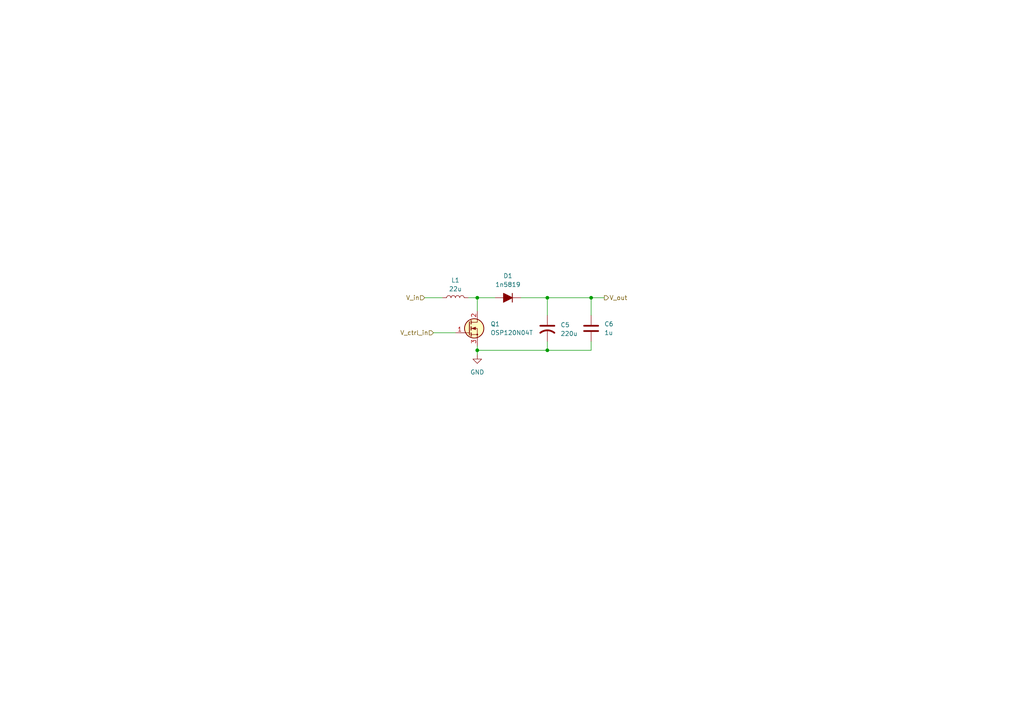
<source format=kicad_sch>
(kicad_sch (version 20250114) (generator "eeschema") (generator_version "9.0")
  (paper "A4")
  (title_block (title "5-25V Boost Converter Mk-I (Uncontrolled)") (date "2025-12-12") (comment 1 "This boost converter requires an external PWM control signal."))
  (lib_symbols
    (symbol "DCDCCACS1:OSP120N04T" (pin_names (hide yes))
      (property "Reference" "Q" (at 5.08 1.27 0))
      (property "Value" "OSP120N04T" (at 5.08 -1.27 0))
      (symbol "OSP120N04T_0_1"
        (polyline (pts (xy 0.254 1.905) (xy 0.254 -1.905)) (stroke (width 0.254)))
        (polyline (pts (xy 0.254 -1.27) (xy -2.54 -1.27)))
        (polyline (pts (xy 0.762 2.286) (xy 0.762 1.27)) (stroke (width 0.254)))
        (polyline (pts (xy 0.762 0.508) (xy 0.762 -0.508)) (stroke (width 0.254)))
        (polyline (pts (xy 0.762 -1.27) (xy 0.762 -2.286)) (stroke (width 0.254)))
        (polyline (pts (xy 0.762 -1.778) (xy 2.54 -1.778)))
        (polyline (pts (xy 1.016 0) (xy 2.032 0.381) (xy 2.032 -0.381) (xy 1.016 0)) (fill (type outline)))
        (circle (center 1.651 0) (radius 2.794) (stroke (width 0.254)) (fill (type background)))
        (polyline (pts (xy 2.54 2.54) (xy 2.54 1.778)))
        (polyline (pts (xy 2.54 1.778) (xy 0.762 1.778)))
        (circle (center 2.54 -1.778) (radius 0.1778) (fill (type outline)))
        (polyline (pts (xy 2.54 -2.54) (xy 2.54 0) (xy 0.762 0)))
      )
      (symbol "OSP120N04T_1_1"
        (pin input line (at -3.81 -1.27 0) (length 2.54) (name "G") (number "1"))
        (pin passive line (at 2.54 5.08 270) (length 2.54) (name "D") (number "2"))
        (pin passive line (at 2.54 -5.08 90) (length 2.54) (name "S") (number "3"))
      )
    )
    (symbol "Device:C" (pin_numbers (hide yes)) (pin_names (offset 0.254))
      (property "Reference" "C" (at 0.635 2.54 0))
      (property "Value" "C" (at 0.635 -2.54 0))
      (symbol "C_0_1"
        (polyline (pts (xy -2.032 0.762) (xy 2.032 0.762)) (stroke (width 0.508)))
        (polyline (pts (xy -2.032 -0.762) (xy 2.032 -0.762)) (stroke (width 0.508)))
      )
      (symbol "C_1_1"
        (pin passive line (at 0 3.81 270) (length 2.794) (name "~") (number "1"))
        (pin passive line (at 0 -3.81 90) (length 2.794) (name "~") (number "2"))
      )
    )
    (symbol "Device:C_US" (pin_numbers (hide yes)) (pin_names (offset 0.254) (hide yes))
      (property "Reference" "C" (at 0.635 2.54 0))
      (property "Value" "C_US" (at 0.635 -2.54 0))
      (symbol "C_US_0_1"
        (polyline (pts (xy -2.032 0.762) (xy 2.032 0.762)) (stroke (width 0.508)))
        (arc (start -2.032 -1.27) (mid 0 -0.5572) (end 2.032 -1.27) (stroke (width 0.508)))
      )
      (symbol "C_US_1_1"
        (pin passive line (at 0 3.81 270) (length 2.794) (name "~") (number "1"))
        (pin passive line (at 0 -3.81 90) (length 3.302) (name "~") (number "2"))
      )
    )
    (symbol "Device:D_Filled" (pin_numbers (hide yes)) (pin_names (offset 1.016) (hide yes))
      (property "Reference" "D" (at 0 2.54 0))
      (property "Value" "D_Filled" (at 0 -2.54 0))
      (symbol "D_Filled_0_1"
        (polyline (pts (xy -1.27 1.27) (xy -1.27 -1.27)) (stroke (width 0.254)))
        (polyline (pts (xy 1.27 1.27) (xy 1.27 -1.27) (xy -1.27 0) (xy 1.27 1.27)) (stroke (width 0.254)) (fill (type outline)))
        (polyline (pts (xy 1.27 0) (xy -1.27 0)))
      )
      (symbol "D_Filled_1_1"
        (pin passive line (at -3.81 0 0) (length 2.54) (name "K") (number "1"))
        (pin passive line (at 3.81 0 180) (length 2.54) (name "A") (number "2"))
      )
    )
    (symbol "Device:L" (pin_numbers (hide yes)) (pin_names (offset 1.016) (hide yes))
      (property "Reference" "L" (at -1.27 0 90))
      (property "Value" "L" (at 1.905 0 90))
      (symbol "L_0_1"
        (arc (start 0 2.54) (mid 0.6323 1.905) (end 0 1.27))
        (arc (start 0 1.27) (mid 0.6323 0.635) (end 0 0))
        (arc (start 0 0) (mid 0.6323 -0.635) (end 0 -1.27))
        (arc (start 0 -1.27) (mid 0.6323 -1.905) (end 0 -2.54))
      )
      (symbol "L_1_1"
        (pin passive line (at 0 3.81 270) (length 1.27) (name "1") (number "1"))
        (pin passive line (at 0 -3.81 90) (length 1.27) (name "2") (number "2"))
      )
    )
    (symbol "power:GND" (power) (pin_numbers (hide yes)) (pin_names (offset 0) (hide yes))
      (property "Value" "GND" (at 0 -3.81 0))
      (symbol "GND_0_1"
        (polyline (pts (xy 0 0) (xy 0 -1.27) (xy 1.27 -1.27) (xy 0 -2.54) (xy -1.27 -1.27) (xy 0 -1.27)))
      )
      (symbol "GND_1_1"
        (pin power_in line (at 0 0 270) (length 0) (name "~") (number "1"))
      )
    )
  )
  (junction (at 158.75 101.6))
  (junction (at 158.75 86.36))
  (junction (at 138.43 86.36))
  (junction (at 171.45 86.36))
  (junction (at 138.43 101.6))
  (wire (pts (xy 171.45 101.6) (xy 171.45 99.06)))
  (wire (pts (xy 138.43 101.6) (xy 158.75 101.6)))
  (wire (pts (xy 151.13 86.36) (xy 158.75 86.36)))
  (wire (pts (xy 138.43 101.6) (xy 138.43 102.87)))
  (wire (pts (xy 158.75 86.36) (xy 158.75 91.44)))
  (wire (pts (xy 158.75 99.06) (xy 158.75 101.6)))
  (wire (pts (xy 171.45 86.36) (xy 171.45 91.44)))
  (wire (pts (xy 138.43 86.36) (xy 138.43 90.17)))
  (wire (pts (xy 135.89 86.36) (xy 138.43 86.36)))
  (wire (pts (xy 125.73 96.52) (xy 132.08 96.52)))
  (wire (pts (xy 123.19 86.36) (xy 128.27 86.36)))
  (wire (pts (xy 158.75 101.6) (xy 171.45 101.6)))
  (wire (pts (xy 171.45 86.36) (xy 175.26 86.36)))
  (wire (pts (xy 158.75 86.36) (xy 171.45 86.36)))
  (wire (pts (xy 138.43 100.33) (xy 138.43 101.6)))
  (wire (pts (xy 138.43 86.36) (xy 143.51 86.36)))
  (hierarchical_label "V_ctrl_in" (shape input) (at 125.73 96.52 180))
  (hierarchical_label "V_in" (shape input) (at 123.19 86.36 180))
  (hierarchical_label "V_out" (shape output) (at 175.26 86.36 0))
  (symbol (lib_id "power:GND") (at 138.43 102.87 0) (unit 1)
    (property "Reference" "#PWR019" (effects (hide yes)))
    (property "Value" "GND" (at 138.43 107.95 0))
    (property "Description" "Power symbol creates a global label with name \"GND\" , ground" (effects (hide yes)))
  )
  (symbol (lib_id "Device:C_US") (at 158.75 95.25 0) (unit 1)
    (property "Reference" "C5" (at 162.56 94.2339 0) (effects (justify left)))
    (property "Value" "220u" (at 162.56 96.7739 0) (effects (justify left)))
    (property "Description" "capacitor, US symbol" (effects (hide yes)))
    (property "LCSC Part #" "C7499951" (effects (hide yes)))
  )
  (symbol (lib_id "Device:C") (at 171.45 95.25 0) (unit 1)
    (property "Reference" "C6" (at 175.26 93.9799 0) (effects (justify left)))
    (property "Value" "1u" (at 175.26 96.5199 0) (effects (justify left)))
    (property "Description" "Unpolarized capacitor" (effects (hide yes)))
    (property "LCSC Part #" "C94708" (effects (hide yes)))
  )
  (symbol (lib_id "Device:D_Filled") (at 147.32 86.36 180) (unit 1)
    (property "Reference" "D1" (at 147.32 80.01 0))
    (property "Value" "1n5819" (at 147.32 82.55 0))
    (property "Description" "Diode, filled shape" (effects (hide yes)))
    (property "Sim.Device" "D" (effects (hide yes)))
    (property "Sim.Pins" "1=K 2=A" (effects (hide yes)))
    (property "LCSC Part #" "C402218" (effects (hide yes)))
  )
  (symbol (lib_id "Device:L") (at 132.08 86.36 90) (unit 1)
    (property "Reference" "L1" (at 132.08 81.28 90))
    (property "Value" "22u" (at 132.08 83.82 90))
    (property "Description" "Inductor" (effects (hide yes)))
    (property "LCSC Part #" "C142471" (effects (hide yes)))
  )
  (symbol (lib_id "DCDCCACS1:OSP120N04T") (at 135.89 95.25 0) (unit 1)
    (property "Reference" "Q1" (at 142.24 93.9799 0) (effects (justify left)))
    (property "Value" "OSP120N04T" (at 142.24 96.5199 0) (effects (justify left)))
    (property "Footprint" "Package_TO_SOT_THT:TO-220-3_Vertical" (effects (hide yes)))
    (property "Datasheet" "https://www.lcsc.com/datasheet/C51949596.pdf" (effects (hide yes)))
    (property "Description" "40V 120A 3.9mΩ@10V 130W TO-220 Single FETs, MOSFETs RoHS" (effects (hide yes)))
  )
)
</source>
